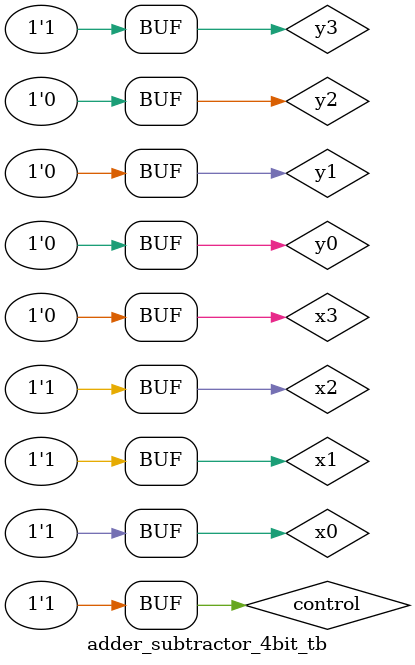
<source format=v>
`timescale 1ns/1ns
`include "exercise2.v"

module adder_subtractor_4bit_tb();
    reg control, x3, x2, x1, x0, y3, y2, y1, y0;  
    wire s3, s2, s1, s0, carryout;

    adder_subtractor_4bit add_sub1(control, x3, x2, x1, x0, y3, y2, y1, y0, s3, s2, s1, s0, carryout);

    initial begin
        $dumpfile("exercise2_tb.vcd");
        $dumpvars(0, adder_subtractor_4bit_tb);

        $display("Testing addition");

        control=1'b0;
        x0=1'b1; x1=1'b0; x2=1'b1; x3=1'b0;
        y0=1'b1; y1=1'b0; y2=1'b1; y3=1'b0; 
        #20;

        control=1'b0;
        x0=1'b1; x1=1'b1; x2=1'b1; x3=1'b0;
        y0=1'b0; y1=1'b0; y2=1'b0; y3=1'b1;
        #20;

        $display("Testing subtraction");

        control=1'b1;
        x0=1'b1; x1=1'b0; x2=1'b1; x3=1'b0; 
        y0=1'b1; y1=1'b0; y2=1'b1; y3=1'b0; 
        #20;
        
        control=1'b1;
        x0=1'b1; x1=1'b1; x2=1'b1; x3=1'b0;
        y0=1'b0; y1=1'b0; y2=1'b0; y3=1'b1;
        #20;

        $display("Test complete");
    end
endmodule
</source>
